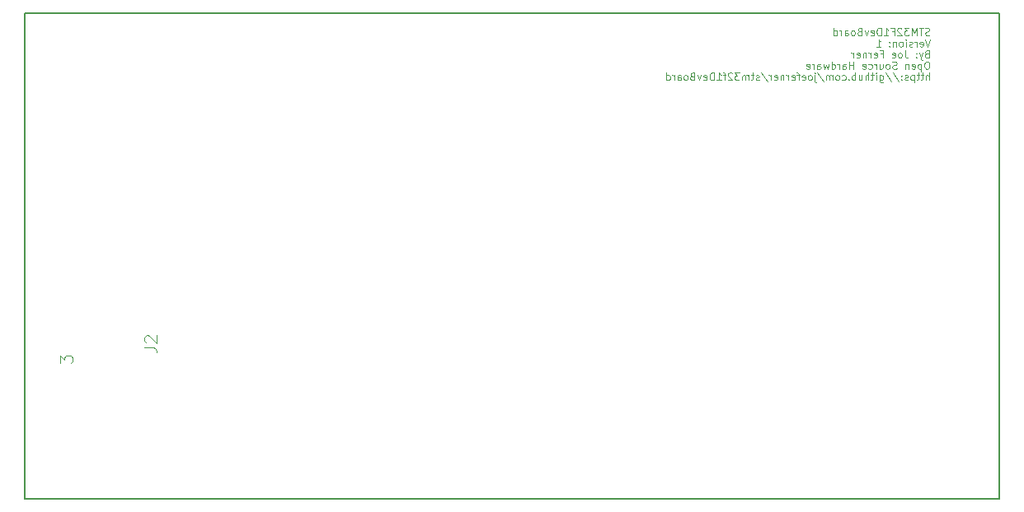
<source format=gbo>
G04 (created by PCBNEW (2012-nov-02)-testing) date Tue 08 Jan 2013 11:00:24 PM EST*
%MOIN*%
G04 Gerber Fmt 3.4, Leading zero omitted, Abs format*
%FSLAX34Y34*%
G01*
G70*
G90*
G04 APERTURE LIST*
%ADD10C,0.006*%
%ADD11C,0.00393701*%
%ADD12C,0.00590551*%
%ADD13C,0.0035*%
G04 APERTURE END LIST*
G54D10*
G54D11*
X75928Y-40262D02*
X75885Y-40276D01*
X75815Y-40276D01*
X75787Y-40262D01*
X75773Y-40248D01*
X75759Y-40220D01*
X75759Y-40192D01*
X75773Y-40164D01*
X75787Y-40150D01*
X75815Y-40136D01*
X75871Y-40122D01*
X75899Y-40108D01*
X75913Y-40094D01*
X75928Y-40066D01*
X75928Y-40037D01*
X75913Y-40009D01*
X75899Y-39995D01*
X75871Y-39981D01*
X75801Y-39981D01*
X75759Y-39995D01*
X75674Y-39981D02*
X75506Y-39981D01*
X75590Y-40276D02*
X75590Y-39981D01*
X75407Y-40276D02*
X75407Y-39981D01*
X75309Y-40192D01*
X75210Y-39981D01*
X75210Y-40276D01*
X75098Y-39981D02*
X74915Y-39981D01*
X75014Y-40094D01*
X74971Y-40094D01*
X74943Y-40108D01*
X74929Y-40122D01*
X74915Y-40150D01*
X74915Y-40220D01*
X74929Y-40248D01*
X74943Y-40262D01*
X74971Y-40276D01*
X75056Y-40276D01*
X75084Y-40262D01*
X75098Y-40248D01*
X74803Y-40009D02*
X74789Y-39995D01*
X74760Y-39981D01*
X74690Y-39981D01*
X74662Y-39995D01*
X74648Y-40009D01*
X74634Y-40037D01*
X74634Y-40066D01*
X74648Y-40108D01*
X74817Y-40276D01*
X74634Y-40276D01*
X74409Y-40122D02*
X74507Y-40122D01*
X74507Y-40276D02*
X74507Y-39981D01*
X74367Y-39981D01*
X74100Y-40276D02*
X74268Y-40276D01*
X74184Y-40276D02*
X74184Y-39981D01*
X74212Y-40023D01*
X74240Y-40052D01*
X74268Y-40066D01*
X73973Y-40276D02*
X73973Y-39981D01*
X73903Y-39981D01*
X73861Y-39995D01*
X73832Y-40023D01*
X73818Y-40052D01*
X73804Y-40108D01*
X73804Y-40150D01*
X73818Y-40206D01*
X73832Y-40234D01*
X73861Y-40262D01*
X73903Y-40276D01*
X73973Y-40276D01*
X73565Y-40262D02*
X73593Y-40276D01*
X73650Y-40276D01*
X73678Y-40262D01*
X73692Y-40234D01*
X73692Y-40122D01*
X73678Y-40094D01*
X73650Y-40080D01*
X73593Y-40080D01*
X73565Y-40094D01*
X73551Y-40122D01*
X73551Y-40150D01*
X73692Y-40178D01*
X73453Y-40080D02*
X73383Y-40276D01*
X73312Y-40080D01*
X73101Y-40122D02*
X73059Y-40136D01*
X73045Y-40150D01*
X73031Y-40178D01*
X73031Y-40220D01*
X73045Y-40248D01*
X73059Y-40262D01*
X73087Y-40276D01*
X73200Y-40276D01*
X73200Y-39981D01*
X73101Y-39981D01*
X73073Y-39995D01*
X73059Y-40009D01*
X73045Y-40037D01*
X73045Y-40066D01*
X73059Y-40094D01*
X73073Y-40108D01*
X73101Y-40122D01*
X73200Y-40122D01*
X72862Y-40276D02*
X72890Y-40262D01*
X72904Y-40248D01*
X72919Y-40220D01*
X72919Y-40136D01*
X72904Y-40108D01*
X72890Y-40094D01*
X72862Y-40080D01*
X72820Y-40080D01*
X72792Y-40094D01*
X72778Y-40108D01*
X72764Y-40136D01*
X72764Y-40220D01*
X72778Y-40248D01*
X72792Y-40262D01*
X72820Y-40276D01*
X72862Y-40276D01*
X72511Y-40276D02*
X72511Y-40122D01*
X72525Y-40094D01*
X72553Y-40080D01*
X72609Y-40080D01*
X72637Y-40094D01*
X72511Y-40262D02*
X72539Y-40276D01*
X72609Y-40276D01*
X72637Y-40262D01*
X72651Y-40234D01*
X72651Y-40206D01*
X72637Y-40178D01*
X72609Y-40164D01*
X72539Y-40164D01*
X72511Y-40150D01*
X72370Y-40276D02*
X72370Y-40080D01*
X72370Y-40136D02*
X72356Y-40108D01*
X72342Y-40094D01*
X72314Y-40080D01*
X72286Y-40080D01*
X72061Y-40276D02*
X72061Y-39981D01*
X72061Y-40262D02*
X72089Y-40276D01*
X72145Y-40276D01*
X72173Y-40262D01*
X72187Y-40248D01*
X72201Y-40220D01*
X72201Y-40136D01*
X72187Y-40108D01*
X72173Y-40094D01*
X72145Y-40080D01*
X72089Y-40080D01*
X72061Y-40094D01*
X75956Y-40434D02*
X75857Y-40729D01*
X75759Y-40434D01*
X75548Y-40715D02*
X75576Y-40729D01*
X75632Y-40729D01*
X75660Y-40715D01*
X75674Y-40687D01*
X75674Y-40575D01*
X75660Y-40546D01*
X75632Y-40532D01*
X75576Y-40532D01*
X75548Y-40546D01*
X75534Y-40575D01*
X75534Y-40603D01*
X75674Y-40631D01*
X75407Y-40729D02*
X75407Y-40532D01*
X75407Y-40589D02*
X75393Y-40561D01*
X75379Y-40546D01*
X75351Y-40532D01*
X75323Y-40532D01*
X75239Y-40715D02*
X75210Y-40729D01*
X75154Y-40729D01*
X75126Y-40715D01*
X75112Y-40687D01*
X75112Y-40673D01*
X75126Y-40645D01*
X75154Y-40631D01*
X75196Y-40631D01*
X75224Y-40617D01*
X75239Y-40589D01*
X75239Y-40575D01*
X75224Y-40546D01*
X75196Y-40532D01*
X75154Y-40532D01*
X75126Y-40546D01*
X74985Y-40729D02*
X74985Y-40532D01*
X74985Y-40434D02*
X75000Y-40448D01*
X74985Y-40462D01*
X74971Y-40448D01*
X74985Y-40434D01*
X74985Y-40462D01*
X74803Y-40729D02*
X74831Y-40715D01*
X74845Y-40701D01*
X74859Y-40673D01*
X74859Y-40589D01*
X74845Y-40561D01*
X74831Y-40546D01*
X74803Y-40532D01*
X74760Y-40532D01*
X74732Y-40546D01*
X74718Y-40561D01*
X74704Y-40589D01*
X74704Y-40673D01*
X74718Y-40701D01*
X74732Y-40715D01*
X74760Y-40729D01*
X74803Y-40729D01*
X74578Y-40532D02*
X74578Y-40729D01*
X74578Y-40561D02*
X74564Y-40546D01*
X74535Y-40532D01*
X74493Y-40532D01*
X74465Y-40546D01*
X74451Y-40575D01*
X74451Y-40729D01*
X74311Y-40701D02*
X74296Y-40715D01*
X74311Y-40729D01*
X74325Y-40715D01*
X74311Y-40701D01*
X74311Y-40729D01*
X74311Y-40546D02*
X74296Y-40561D01*
X74311Y-40575D01*
X74325Y-40561D01*
X74311Y-40546D01*
X74311Y-40575D01*
X73790Y-40729D02*
X73959Y-40729D01*
X73875Y-40729D02*
X73875Y-40434D01*
X73903Y-40476D01*
X73931Y-40504D01*
X73959Y-40518D01*
X75815Y-41027D02*
X75773Y-41041D01*
X75759Y-41055D01*
X75745Y-41084D01*
X75745Y-41126D01*
X75759Y-41154D01*
X75773Y-41168D01*
X75801Y-41182D01*
X75913Y-41182D01*
X75913Y-40887D01*
X75815Y-40887D01*
X75787Y-40901D01*
X75773Y-40915D01*
X75759Y-40943D01*
X75759Y-40971D01*
X75773Y-40999D01*
X75787Y-41013D01*
X75815Y-41027D01*
X75913Y-41027D01*
X75646Y-40985D02*
X75576Y-41182D01*
X75506Y-40985D02*
X75576Y-41182D01*
X75604Y-41252D01*
X75618Y-41266D01*
X75646Y-41280D01*
X75393Y-41154D02*
X75379Y-41168D01*
X75393Y-41182D01*
X75407Y-41168D01*
X75393Y-41154D01*
X75393Y-41182D01*
X75393Y-40999D02*
X75379Y-41013D01*
X75393Y-41027D01*
X75407Y-41013D01*
X75393Y-40999D01*
X75393Y-41027D01*
X74943Y-40887D02*
X74943Y-41098D01*
X74957Y-41140D01*
X74985Y-41168D01*
X75028Y-41182D01*
X75056Y-41182D01*
X74760Y-41182D02*
X74789Y-41168D01*
X74803Y-41154D01*
X74817Y-41126D01*
X74817Y-41041D01*
X74803Y-41013D01*
X74789Y-40999D01*
X74760Y-40985D01*
X74718Y-40985D01*
X74690Y-40999D01*
X74676Y-41013D01*
X74662Y-41041D01*
X74662Y-41126D01*
X74676Y-41154D01*
X74690Y-41168D01*
X74718Y-41182D01*
X74760Y-41182D01*
X74423Y-41168D02*
X74451Y-41182D01*
X74507Y-41182D01*
X74535Y-41168D01*
X74550Y-41140D01*
X74550Y-41027D01*
X74535Y-40999D01*
X74507Y-40985D01*
X74451Y-40985D01*
X74423Y-40999D01*
X74409Y-41027D01*
X74409Y-41055D01*
X74550Y-41084D01*
X73959Y-41027D02*
X74057Y-41027D01*
X74057Y-41182D02*
X74057Y-40887D01*
X73917Y-40887D01*
X73692Y-41168D02*
X73720Y-41182D01*
X73776Y-41182D01*
X73804Y-41168D01*
X73818Y-41140D01*
X73818Y-41027D01*
X73804Y-40999D01*
X73776Y-40985D01*
X73720Y-40985D01*
X73692Y-40999D01*
X73678Y-41027D01*
X73678Y-41055D01*
X73818Y-41084D01*
X73551Y-41182D02*
X73551Y-40985D01*
X73551Y-41041D02*
X73537Y-41013D01*
X73523Y-40999D01*
X73495Y-40985D01*
X73467Y-40985D01*
X73368Y-40985D02*
X73368Y-41182D01*
X73368Y-41013D02*
X73354Y-40999D01*
X73326Y-40985D01*
X73284Y-40985D01*
X73256Y-40999D01*
X73242Y-41027D01*
X73242Y-41182D01*
X72989Y-41168D02*
X73017Y-41182D01*
X73073Y-41182D01*
X73101Y-41168D01*
X73115Y-41140D01*
X73115Y-41027D01*
X73101Y-40999D01*
X73073Y-40985D01*
X73017Y-40985D01*
X72989Y-40999D01*
X72975Y-41027D01*
X72975Y-41055D01*
X73115Y-41084D01*
X72848Y-41182D02*
X72848Y-40985D01*
X72848Y-41041D02*
X72834Y-41013D01*
X72820Y-40999D01*
X72792Y-40985D01*
X72764Y-40985D01*
X75857Y-41339D02*
X75801Y-41339D01*
X75773Y-41354D01*
X75745Y-41382D01*
X75731Y-41438D01*
X75731Y-41536D01*
X75745Y-41593D01*
X75773Y-41621D01*
X75801Y-41635D01*
X75857Y-41635D01*
X75885Y-41621D01*
X75913Y-41593D01*
X75928Y-41536D01*
X75928Y-41438D01*
X75913Y-41382D01*
X75885Y-41354D01*
X75857Y-41339D01*
X75604Y-41438D02*
X75604Y-41733D01*
X75604Y-41452D02*
X75576Y-41438D01*
X75520Y-41438D01*
X75492Y-41452D01*
X75478Y-41466D01*
X75464Y-41494D01*
X75464Y-41579D01*
X75478Y-41607D01*
X75492Y-41621D01*
X75520Y-41635D01*
X75576Y-41635D01*
X75604Y-41621D01*
X75224Y-41621D02*
X75253Y-41635D01*
X75309Y-41635D01*
X75337Y-41621D01*
X75351Y-41593D01*
X75351Y-41480D01*
X75337Y-41452D01*
X75309Y-41438D01*
X75253Y-41438D01*
X75224Y-41452D01*
X75210Y-41480D01*
X75210Y-41508D01*
X75351Y-41536D01*
X75084Y-41438D02*
X75084Y-41635D01*
X75084Y-41466D02*
X75070Y-41452D01*
X75042Y-41438D01*
X75000Y-41438D01*
X74971Y-41452D01*
X74957Y-41480D01*
X74957Y-41635D01*
X74606Y-41621D02*
X74564Y-41635D01*
X74493Y-41635D01*
X74465Y-41621D01*
X74451Y-41607D01*
X74437Y-41579D01*
X74437Y-41550D01*
X74451Y-41522D01*
X74465Y-41508D01*
X74493Y-41494D01*
X74550Y-41480D01*
X74578Y-41466D01*
X74592Y-41452D01*
X74606Y-41424D01*
X74606Y-41396D01*
X74592Y-41368D01*
X74578Y-41354D01*
X74550Y-41339D01*
X74479Y-41339D01*
X74437Y-41354D01*
X74268Y-41635D02*
X74296Y-41621D01*
X74311Y-41607D01*
X74325Y-41579D01*
X74325Y-41494D01*
X74311Y-41466D01*
X74296Y-41452D01*
X74268Y-41438D01*
X74226Y-41438D01*
X74198Y-41452D01*
X74184Y-41466D01*
X74170Y-41494D01*
X74170Y-41579D01*
X74184Y-41607D01*
X74198Y-41621D01*
X74226Y-41635D01*
X74268Y-41635D01*
X73917Y-41438D02*
X73917Y-41635D01*
X74043Y-41438D02*
X74043Y-41593D01*
X74029Y-41621D01*
X74001Y-41635D01*
X73959Y-41635D01*
X73931Y-41621D01*
X73917Y-41607D01*
X73776Y-41635D02*
X73776Y-41438D01*
X73776Y-41494D02*
X73762Y-41466D01*
X73748Y-41452D01*
X73720Y-41438D01*
X73692Y-41438D01*
X73467Y-41621D02*
X73495Y-41635D01*
X73551Y-41635D01*
X73579Y-41621D01*
X73593Y-41607D01*
X73607Y-41579D01*
X73607Y-41494D01*
X73593Y-41466D01*
X73579Y-41452D01*
X73551Y-41438D01*
X73495Y-41438D01*
X73467Y-41452D01*
X73228Y-41621D02*
X73256Y-41635D01*
X73312Y-41635D01*
X73340Y-41621D01*
X73354Y-41593D01*
X73354Y-41480D01*
X73340Y-41452D01*
X73312Y-41438D01*
X73256Y-41438D01*
X73228Y-41452D01*
X73214Y-41480D01*
X73214Y-41508D01*
X73354Y-41536D01*
X72862Y-41635D02*
X72862Y-41339D01*
X72862Y-41480D02*
X72694Y-41480D01*
X72694Y-41635D02*
X72694Y-41339D01*
X72426Y-41635D02*
X72426Y-41480D01*
X72440Y-41452D01*
X72469Y-41438D01*
X72525Y-41438D01*
X72553Y-41452D01*
X72426Y-41621D02*
X72455Y-41635D01*
X72525Y-41635D01*
X72553Y-41621D01*
X72567Y-41593D01*
X72567Y-41564D01*
X72553Y-41536D01*
X72525Y-41522D01*
X72455Y-41522D01*
X72426Y-41508D01*
X72286Y-41635D02*
X72286Y-41438D01*
X72286Y-41494D02*
X72272Y-41466D01*
X72258Y-41452D01*
X72230Y-41438D01*
X72201Y-41438D01*
X71976Y-41635D02*
X71976Y-41339D01*
X71976Y-41621D02*
X72005Y-41635D01*
X72061Y-41635D01*
X72089Y-41621D01*
X72103Y-41607D01*
X72117Y-41579D01*
X72117Y-41494D01*
X72103Y-41466D01*
X72089Y-41452D01*
X72061Y-41438D01*
X72005Y-41438D01*
X71976Y-41452D01*
X71864Y-41438D02*
X71808Y-41635D01*
X71751Y-41494D01*
X71695Y-41635D01*
X71639Y-41438D01*
X71400Y-41635D02*
X71400Y-41480D01*
X71414Y-41452D01*
X71442Y-41438D01*
X71498Y-41438D01*
X71526Y-41452D01*
X71400Y-41621D02*
X71428Y-41635D01*
X71498Y-41635D01*
X71526Y-41621D01*
X71541Y-41593D01*
X71541Y-41564D01*
X71526Y-41536D01*
X71498Y-41522D01*
X71428Y-41522D01*
X71400Y-41508D01*
X71259Y-41635D02*
X71259Y-41438D01*
X71259Y-41494D02*
X71245Y-41466D01*
X71231Y-41452D01*
X71203Y-41438D01*
X71175Y-41438D01*
X70964Y-41621D02*
X70992Y-41635D01*
X71048Y-41635D01*
X71077Y-41621D01*
X71091Y-41593D01*
X71091Y-41480D01*
X71077Y-41452D01*
X71048Y-41438D01*
X70992Y-41438D01*
X70964Y-41452D01*
X70950Y-41480D01*
X70950Y-41508D01*
X71091Y-41536D01*
X75913Y-42088D02*
X75913Y-41792D01*
X75787Y-42088D02*
X75787Y-41933D01*
X75801Y-41905D01*
X75829Y-41891D01*
X75871Y-41891D01*
X75899Y-41905D01*
X75913Y-41919D01*
X75688Y-41891D02*
X75576Y-41891D01*
X75646Y-41792D02*
X75646Y-42045D01*
X75632Y-42073D01*
X75604Y-42088D01*
X75576Y-42088D01*
X75520Y-41891D02*
X75407Y-41891D01*
X75478Y-41792D02*
X75478Y-42045D01*
X75464Y-42073D01*
X75435Y-42088D01*
X75407Y-42088D01*
X75309Y-41891D02*
X75309Y-42186D01*
X75309Y-41905D02*
X75281Y-41891D01*
X75224Y-41891D01*
X75196Y-41905D01*
X75182Y-41919D01*
X75168Y-41947D01*
X75168Y-42031D01*
X75182Y-42059D01*
X75196Y-42073D01*
X75224Y-42088D01*
X75281Y-42088D01*
X75309Y-42073D01*
X75056Y-42073D02*
X75028Y-42088D01*
X74971Y-42088D01*
X74943Y-42073D01*
X74929Y-42045D01*
X74929Y-42031D01*
X74943Y-42003D01*
X74971Y-41989D01*
X75014Y-41989D01*
X75042Y-41975D01*
X75056Y-41947D01*
X75056Y-41933D01*
X75042Y-41905D01*
X75014Y-41891D01*
X74971Y-41891D01*
X74943Y-41905D01*
X74803Y-42059D02*
X74789Y-42073D01*
X74803Y-42088D01*
X74817Y-42073D01*
X74803Y-42059D01*
X74803Y-42088D01*
X74803Y-41905D02*
X74789Y-41919D01*
X74803Y-41933D01*
X74817Y-41919D01*
X74803Y-41905D01*
X74803Y-41933D01*
X74451Y-41778D02*
X74704Y-42158D01*
X74142Y-41778D02*
X74395Y-42158D01*
X73917Y-41891D02*
X73917Y-42130D01*
X73931Y-42158D01*
X73945Y-42172D01*
X73973Y-42186D01*
X74015Y-42186D01*
X74043Y-42172D01*
X73917Y-42073D02*
X73945Y-42088D01*
X74001Y-42088D01*
X74029Y-42073D01*
X74043Y-42059D01*
X74057Y-42031D01*
X74057Y-41947D01*
X74043Y-41919D01*
X74029Y-41905D01*
X74001Y-41891D01*
X73945Y-41891D01*
X73917Y-41905D01*
X73776Y-42088D02*
X73776Y-41891D01*
X73776Y-41792D02*
X73790Y-41806D01*
X73776Y-41820D01*
X73762Y-41806D01*
X73776Y-41792D01*
X73776Y-41820D01*
X73678Y-41891D02*
X73565Y-41891D01*
X73636Y-41792D02*
X73636Y-42045D01*
X73622Y-42073D01*
X73593Y-42088D01*
X73565Y-42088D01*
X73467Y-42088D02*
X73467Y-41792D01*
X73340Y-42088D02*
X73340Y-41933D01*
X73354Y-41905D01*
X73383Y-41891D01*
X73425Y-41891D01*
X73453Y-41905D01*
X73467Y-41919D01*
X73073Y-41891D02*
X73073Y-42088D01*
X73200Y-41891D02*
X73200Y-42045D01*
X73186Y-42073D01*
X73158Y-42088D01*
X73115Y-42088D01*
X73087Y-42073D01*
X73073Y-42059D01*
X72933Y-42088D02*
X72933Y-41792D01*
X72933Y-41905D02*
X72904Y-41891D01*
X72848Y-41891D01*
X72820Y-41905D01*
X72806Y-41919D01*
X72792Y-41947D01*
X72792Y-42031D01*
X72806Y-42059D01*
X72820Y-42073D01*
X72848Y-42088D01*
X72904Y-42088D01*
X72933Y-42073D01*
X72665Y-42059D02*
X72651Y-42073D01*
X72665Y-42088D01*
X72679Y-42073D01*
X72665Y-42059D01*
X72665Y-42088D01*
X72398Y-42073D02*
X72426Y-42088D01*
X72483Y-42088D01*
X72511Y-42073D01*
X72525Y-42059D01*
X72539Y-42031D01*
X72539Y-41947D01*
X72525Y-41919D01*
X72511Y-41905D01*
X72483Y-41891D01*
X72426Y-41891D01*
X72398Y-41905D01*
X72230Y-42088D02*
X72258Y-42073D01*
X72272Y-42059D01*
X72286Y-42031D01*
X72286Y-41947D01*
X72272Y-41919D01*
X72258Y-41905D01*
X72230Y-41891D01*
X72187Y-41891D01*
X72159Y-41905D01*
X72145Y-41919D01*
X72131Y-41947D01*
X72131Y-42031D01*
X72145Y-42059D01*
X72159Y-42073D01*
X72187Y-42088D01*
X72230Y-42088D01*
X72005Y-42088D02*
X72005Y-41891D01*
X72005Y-41919D02*
X71991Y-41905D01*
X71962Y-41891D01*
X71920Y-41891D01*
X71892Y-41905D01*
X71878Y-41933D01*
X71878Y-42088D01*
X71878Y-41933D02*
X71864Y-41905D01*
X71836Y-41891D01*
X71794Y-41891D01*
X71766Y-41905D01*
X71751Y-41933D01*
X71751Y-42088D01*
X71400Y-41778D02*
X71653Y-42158D01*
X71302Y-41891D02*
X71302Y-42144D01*
X71316Y-42172D01*
X71344Y-42186D01*
X71358Y-42186D01*
X71302Y-41792D02*
X71316Y-41806D01*
X71302Y-41820D01*
X71287Y-41806D01*
X71302Y-41792D01*
X71302Y-41820D01*
X71119Y-42088D02*
X71147Y-42073D01*
X71161Y-42059D01*
X71175Y-42031D01*
X71175Y-41947D01*
X71161Y-41919D01*
X71147Y-41905D01*
X71119Y-41891D01*
X71077Y-41891D01*
X71048Y-41905D01*
X71034Y-41919D01*
X71020Y-41947D01*
X71020Y-42031D01*
X71034Y-42059D01*
X71048Y-42073D01*
X71077Y-42088D01*
X71119Y-42088D01*
X70781Y-42073D02*
X70809Y-42088D01*
X70866Y-42088D01*
X70894Y-42073D01*
X70908Y-42045D01*
X70908Y-41933D01*
X70894Y-41905D01*
X70866Y-41891D01*
X70809Y-41891D01*
X70781Y-41905D01*
X70767Y-41933D01*
X70767Y-41961D01*
X70908Y-41989D01*
X70683Y-41891D02*
X70570Y-41891D01*
X70641Y-42088D02*
X70641Y-41834D01*
X70627Y-41806D01*
X70598Y-41792D01*
X70570Y-41792D01*
X70359Y-42073D02*
X70388Y-42088D01*
X70444Y-42088D01*
X70472Y-42073D01*
X70486Y-42045D01*
X70486Y-41933D01*
X70472Y-41905D01*
X70444Y-41891D01*
X70388Y-41891D01*
X70359Y-41905D01*
X70345Y-41933D01*
X70345Y-41961D01*
X70486Y-41989D01*
X70219Y-42088D02*
X70219Y-41891D01*
X70219Y-41947D02*
X70205Y-41919D01*
X70191Y-41905D01*
X70163Y-41891D01*
X70134Y-41891D01*
X70036Y-41891D02*
X70036Y-42088D01*
X70036Y-41919D02*
X70022Y-41905D01*
X69994Y-41891D01*
X69952Y-41891D01*
X69924Y-41905D01*
X69910Y-41933D01*
X69910Y-42088D01*
X69656Y-42073D02*
X69685Y-42088D01*
X69741Y-42088D01*
X69769Y-42073D01*
X69783Y-42045D01*
X69783Y-41933D01*
X69769Y-41905D01*
X69741Y-41891D01*
X69685Y-41891D01*
X69656Y-41905D01*
X69642Y-41933D01*
X69642Y-41961D01*
X69783Y-41989D01*
X69516Y-42088D02*
X69516Y-41891D01*
X69516Y-41947D02*
X69502Y-41919D01*
X69488Y-41905D01*
X69460Y-41891D01*
X69431Y-41891D01*
X69122Y-41778D02*
X69375Y-42158D01*
X69038Y-42073D02*
X69010Y-42088D01*
X68953Y-42088D01*
X68925Y-42073D01*
X68911Y-42045D01*
X68911Y-42031D01*
X68925Y-42003D01*
X68953Y-41989D01*
X68996Y-41989D01*
X69024Y-41975D01*
X69038Y-41947D01*
X69038Y-41933D01*
X69024Y-41905D01*
X68996Y-41891D01*
X68953Y-41891D01*
X68925Y-41905D01*
X68827Y-41891D02*
X68714Y-41891D01*
X68785Y-41792D02*
X68785Y-42045D01*
X68771Y-42073D01*
X68742Y-42088D01*
X68714Y-42088D01*
X68616Y-42088D02*
X68616Y-41891D01*
X68616Y-41919D02*
X68602Y-41905D01*
X68574Y-41891D01*
X68532Y-41891D01*
X68503Y-41905D01*
X68489Y-41933D01*
X68489Y-42088D01*
X68489Y-41933D02*
X68475Y-41905D01*
X68447Y-41891D01*
X68405Y-41891D01*
X68377Y-41905D01*
X68363Y-41933D01*
X68363Y-42088D01*
X68250Y-41792D02*
X68068Y-41792D01*
X68166Y-41905D01*
X68124Y-41905D01*
X68096Y-41919D01*
X68082Y-41933D01*
X68068Y-41961D01*
X68068Y-42031D01*
X68082Y-42059D01*
X68096Y-42073D01*
X68124Y-42088D01*
X68208Y-42088D01*
X68236Y-42073D01*
X68250Y-42059D01*
X67955Y-41820D02*
X67941Y-41806D01*
X67913Y-41792D01*
X67843Y-41792D01*
X67814Y-41806D01*
X67800Y-41820D01*
X67786Y-41848D01*
X67786Y-41877D01*
X67800Y-41919D01*
X67969Y-42088D01*
X67786Y-42088D01*
X67702Y-41891D02*
X67589Y-41891D01*
X67660Y-42088D02*
X67660Y-41834D01*
X67646Y-41806D01*
X67618Y-41792D01*
X67589Y-41792D01*
X67336Y-42088D02*
X67505Y-42088D01*
X67421Y-42088D02*
X67421Y-41792D01*
X67449Y-41834D01*
X67477Y-41863D01*
X67505Y-41877D01*
X67210Y-42088D02*
X67210Y-41792D01*
X67140Y-41792D01*
X67097Y-41806D01*
X67069Y-41834D01*
X67055Y-41863D01*
X67041Y-41919D01*
X67041Y-41961D01*
X67055Y-42017D01*
X67069Y-42045D01*
X67097Y-42073D01*
X67140Y-42088D01*
X67210Y-42088D01*
X66802Y-42073D02*
X66830Y-42088D01*
X66886Y-42088D01*
X66915Y-42073D01*
X66929Y-42045D01*
X66929Y-41933D01*
X66915Y-41905D01*
X66886Y-41891D01*
X66830Y-41891D01*
X66802Y-41905D01*
X66788Y-41933D01*
X66788Y-41961D01*
X66929Y-41989D01*
X66690Y-41891D02*
X66619Y-42088D01*
X66549Y-41891D01*
X66338Y-41933D02*
X66296Y-41947D01*
X66282Y-41961D01*
X66268Y-41989D01*
X66268Y-42031D01*
X66282Y-42059D01*
X66296Y-42073D01*
X66324Y-42088D01*
X66437Y-42088D01*
X66437Y-41792D01*
X66338Y-41792D01*
X66310Y-41806D01*
X66296Y-41820D01*
X66282Y-41848D01*
X66282Y-41877D01*
X66296Y-41905D01*
X66310Y-41919D01*
X66338Y-41933D01*
X66437Y-41933D01*
X66099Y-42088D02*
X66127Y-42073D01*
X66141Y-42059D01*
X66155Y-42031D01*
X66155Y-41947D01*
X66141Y-41919D01*
X66127Y-41905D01*
X66099Y-41891D01*
X66057Y-41891D01*
X66029Y-41905D01*
X66015Y-41919D01*
X66001Y-41947D01*
X66001Y-42031D01*
X66015Y-42059D01*
X66029Y-42073D01*
X66057Y-42088D01*
X66099Y-42088D01*
X65748Y-42088D02*
X65748Y-41933D01*
X65762Y-41905D01*
X65790Y-41891D01*
X65846Y-41891D01*
X65874Y-41905D01*
X65748Y-42073D02*
X65776Y-42088D01*
X65846Y-42088D01*
X65874Y-42073D01*
X65888Y-42045D01*
X65888Y-42017D01*
X65874Y-41989D01*
X65846Y-41975D01*
X65776Y-41975D01*
X65748Y-41961D01*
X65607Y-42088D02*
X65607Y-41891D01*
X65607Y-41947D02*
X65593Y-41919D01*
X65579Y-41905D01*
X65551Y-41891D01*
X65523Y-41891D01*
X65298Y-42088D02*
X65298Y-41792D01*
X65298Y-42073D02*
X65326Y-42088D01*
X65382Y-42088D01*
X65410Y-42073D01*
X65424Y-42059D01*
X65438Y-42031D01*
X65438Y-41947D01*
X65424Y-41919D01*
X65410Y-41905D01*
X65382Y-41891D01*
X65326Y-41891D01*
X65298Y-41905D01*
G54D12*
X39370Y-59055D02*
X39370Y-39370D01*
X78740Y-59055D02*
X39370Y-59055D01*
X78740Y-39370D02*
X78740Y-59055D01*
X39370Y-39370D02*
X78740Y-39370D01*
G54D13*
X44190Y-52922D02*
X44547Y-52922D01*
X44619Y-52946D01*
X44666Y-52994D01*
X44690Y-53065D01*
X44690Y-53113D01*
X44238Y-52708D02*
X44214Y-52684D01*
X44190Y-52636D01*
X44190Y-52517D01*
X44214Y-52470D01*
X44238Y-52446D01*
X44285Y-52422D01*
X44333Y-52422D01*
X44404Y-52446D01*
X44690Y-52732D01*
X44690Y-52422D01*
X40779Y-53544D02*
X40779Y-53235D01*
X40969Y-53401D01*
X40969Y-53330D01*
X40993Y-53282D01*
X41017Y-53259D01*
X41065Y-53235D01*
X41184Y-53235D01*
X41231Y-53259D01*
X41255Y-53282D01*
X41279Y-53330D01*
X41279Y-53473D01*
X41255Y-53520D01*
X41231Y-53544D01*
M02*

</source>
